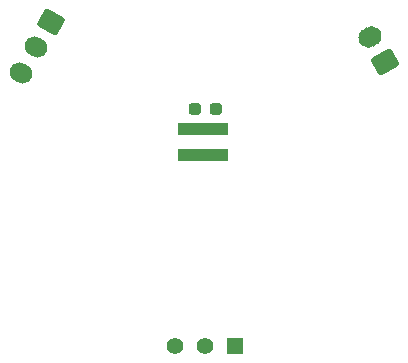
<source format=gbr>
%TF.GenerationSoftware,KiCad,Pcbnew,(6.0.8-1)-1*%
%TF.CreationDate,2022-11-30T21:50:02-05:00*%
%TF.ProjectId,Untitled,556e7469-746c-4656-942e-6b696361645f,rev?*%
%TF.SameCoordinates,Original*%
%TF.FileFunction,Soldermask,Top*%
%TF.FilePolarity,Negative*%
%FSLAX46Y46*%
G04 Gerber Fmt 4.6, Leading zero omitted, Abs format (unit mm)*
G04 Created by KiCad (PCBNEW (6.0.8-1)-1) date 2022-11-30 21:50:02*
%MOMM*%
%LPD*%
G01*
G04 APERTURE LIST*
G04 Aperture macros list*
%AMRoundRect*
0 Rectangle with rounded corners*
0 $1 Rounding radius*
0 $2 $3 $4 $5 $6 $7 $8 $9 X,Y pos of 4 corners*
0 Add a 4 corners polygon primitive as box body*
4,1,4,$2,$3,$4,$5,$6,$7,$8,$9,$2,$3,0*
0 Add four circle primitives for the rounded corners*
1,1,$1+$1,$2,$3*
1,1,$1+$1,$4,$5*
1,1,$1+$1,$6,$7*
1,1,$1+$1,$8,$9*
0 Add four rect primitives between the rounded corners*
20,1,$1+$1,$2,$3,$4,$5,0*
20,1,$1+$1,$4,$5,$6,$7,0*
20,1,$1+$1,$6,$7,$8,$9,0*
20,1,$1+$1,$8,$9,$2,$3,0*%
%AMHorizOval*
0 Thick line with rounded ends*
0 $1 width*
0 $2 $3 position (X,Y) of the first rounded end (center of the circle)*
0 $4 $5 position (X,Y) of the second rounded end (center of the circle)*
0 Add line between two ends*
20,1,$1,$2,$3,$4,$5,0*
0 Add two circle primitives to create the rounded ends*
1,1,$1,$2,$3*
1,1,$1,$4,$5*%
G04 Aperture macros list end*
%ADD10RoundRect,0.237500X-0.287500X-0.237500X0.287500X-0.237500X0.287500X0.237500X-0.287500X0.237500X0*%
%ADD11R,4.300000X1.100000*%
%ADD12RoundRect,0.250000X-0.327868X0.882115X-0.927868X-0.157115X0.327868X-0.882115X0.927868X0.157115X0*%
%ADD13HorizOval,1.700000X-0.108253X0.062500X0.108253X-0.062500X0*%
%ADD14R,1.397000X1.397000*%
%ADD15C,1.397000*%
%ADD16RoundRect,0.250000X0.949519X-0.144615X0.349519X0.894615X-0.949519X0.144615X-0.349519X-0.894615X0*%
%ADD17HorizOval,1.700000X0.129904X0.075000X-0.129904X-0.075000X0*%
G04 APERTURE END LIST*
D10*
%TO.C,REF\u002A\u002A*%
X102865000Y-55200000D03*
X104615000Y-55200000D03*
%TD*%
D11*
%TO.C,REF\u002A\u002A*%
X103490000Y-56910000D03*
X103490000Y-59110000D03*
%TD*%
D12*
%TO.C,REF\u002A\u002A*%
X90600000Y-47800000D03*
D13*
X89350000Y-49965064D03*
X88100000Y-52130127D03*
%TD*%
D14*
%TO.C,REF\u002A\u002A*%
X106187500Y-75250100D03*
D15*
X103647500Y-75250100D03*
X101107500Y-75250100D03*
%TD*%
D16*
%TO.C,REF\u002A\u002A*%
X118879664Y-51220032D03*
D17*
X117629664Y-49054968D03*
%TD*%
M02*

</source>
